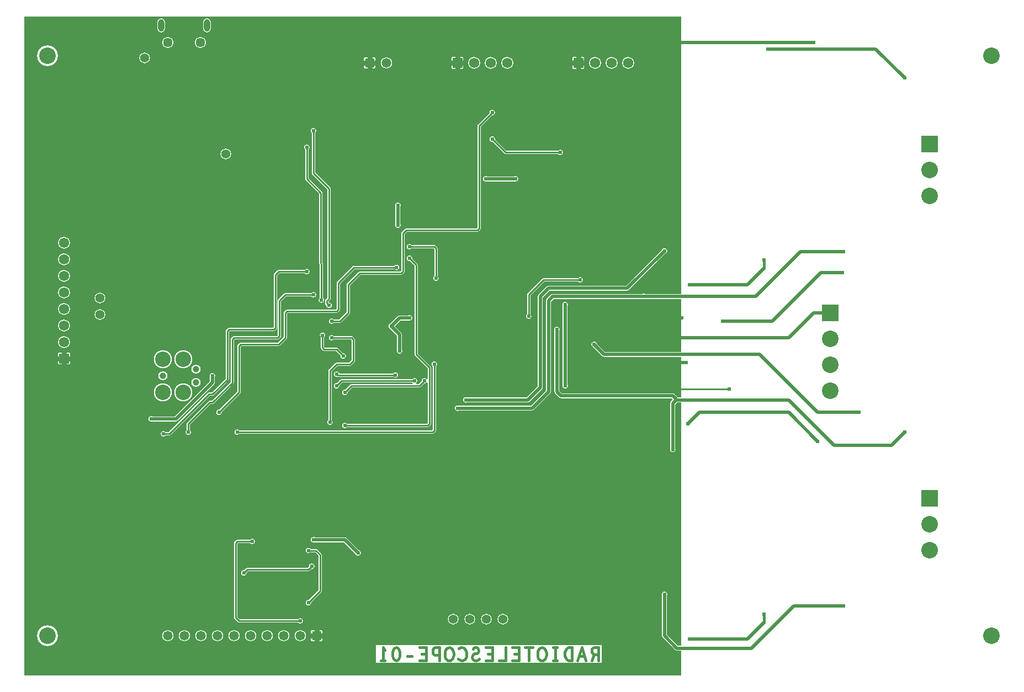
<source format=gbl>
G04 ================== begin FILE IDENTIFICATION RECORD ==================*
G04 Layout Name:  radiotelescope.brd*
G04 Film Name:    BOTTOM*
G04 File Format:  Gerber RS274X*
G04 File Origin:  Cadence Allegro 17.4-S035*
G04 Origin Date:  Tue Feb 21 10:10:28 2023*
G04 *
G04 Layer:  VIA CLASS/BOTTOM*
G04 Layer:  PIN/BOTTOM*
G04 Layer:  ETCH/BOTTOM*
G04 *
G04 Offset:    (0.00 0.00)*
G04 Mirror:    No*
G04 Mode:      Positive*
G04 Rotation:  0*
G04 FullContactRelief:  No*
G04 UndefLineWidth:     0.00*
G04 ================== end FILE IDENTIFICATION RECORD ====================*
%FSLAX35Y35*MOMM*%
%IR0*IPPOS*OFA0.00000B0.00000*MIA0B0*SFA1.00000B1.00000*%
%ADD14C,.6096*%
%ADD12C,1.5748*%
%ADD13C,1.397*%
%ADD15C,1.4732*%
%ADD17C,.991108*%
%ADD11R,1.5748X1.5748*%
%ADD16C,2.3749*%
%ADD20R,1.4732X1.4732*%
%ADD18C,1.450086*%
%ADD10C,2.54*%
%ADD21R,2.54X2.54*%
%ADD19O,.94996X1.89992*%
%ADD22C,.254*%
%ADD23C,.508*%
%ADD24C,.762*%
%ADD25C,.381*%
%ADD31C,1.829816*%
%ADD28C,1.652016*%
%ADD32C,1.704848*%
%ADD30C,1.398524*%
%ADD26C,1.728216*%
%ADD33C,3.201416*%
%ADD29C,2.782316*%
%ADD27O,1.204976X2.154936*%
G75*
%LPD*%
G75*
G36*
G01X2476500Y805231D02*
G03X2456155Y800151I-12J-43234D01*
G01X1079500D01*
G03X1052525Y788975I0J-38142D01*
G01X989025Y725475D01*
G03X977849Y698500I26966J-26975D01*
G01Y-682701D01*
X746201Y-914349D01*
X-360655D01*
G03X-380975Y-909269I-20333J-38154D01*
G01X-381000D01*
G03Y-995731I0J-43231D01*
G01X-380975D01*
G03X-360655Y-990651I-13J43234D01*
G01X762000D01*
G03X788975Y-979475I0J38142D01*
G01X1042975Y-725475D01*
G03X1054151Y-698500I-26966J26975D01*
G01Y682701D01*
X1095299Y723849D01*
X2456155D01*
G03X2476500Y718769I20333J38154D01*
G03X2496845Y723849I12J43234D01*
G01X3048000D01*
Y-88849D01*
X1882699D01*
X1755877Y37948D01*
X1755496Y39091D01*
G03X1714500Y68631I-40996J-13677D01*
G03X1671269Y25400I0J-43231D01*
G03X1700809Y-15596I43217J0D01*
G01X1701952Y-15977D01*
X1839925Y-153975D01*
G03X1866900Y-165151I26975J26966D01*
G01X3048000D01*
Y-787349D01*
X3000299D01*
X2947975Y-735025D01*
G03X2921000Y-723849I-26975J-26966D01*
G01X1222299D01*
X1181151Y-682701D01*
Y233655D01*
G03X1186231Y253975I-38154J20333D01*
G01Y254000D01*
G03X1099769I-43231J0D01*
G01Y253975D01*
G03X1104849Y233655I43234J13D01*
G01Y-698500D01*
G03X1116025Y-725475I38142J0D01*
G01X1179525Y-788975D01*
G03X1206500Y-800151I26975J26966D01*
G01X2905201D01*
X2924226Y-819150D01*
X2894025Y-849325D01*
G03X2882849Y-876300I26966J-26975D01*
G01Y-1567155D01*
G03X2877769Y-1587475I38154J-20333D01*
G01Y-1587500D01*
G03X2964231I43231J0D01*
G01Y-1587475D01*
G03X2959151Y-1567155I-43234J-13D01*
G01Y-892099D01*
X2987599Y-863651D01*
X3048000D01*
Y-4597349D01*
X3000299D01*
X2832151Y-4429201D01*
Y-3830345D01*
G03X2837231Y-3810025I-38154J20333D01*
G01Y-3810000D01*
G03X2750769I-43231J0D01*
G01Y-3810025D01*
G03X2755849Y-3830345I43234J13D01*
G01Y-4445000D01*
G03X2767025Y-4471975I38142J0D01*
G01X2957525Y-4662475D01*
G03X2984500Y-4673651I26975J26966D01*
G01X3048000D01*
Y-5054575D01*
X-7023075D01*
Y5054575D01*
X3048000D01*
Y800151D01*
X2496845D01*
G03X2476500Y805231I-20333J-38154D01*
G37*
%LPC*%
G75*
G36*
G01X-1632001Y-4590999D02*
X1835201D01*
Y-4857801D01*
X-1632001D01*
Y-4590999D01*
G37*
G36*
G01X-2626411Y-4518660D02*
Y-4371340D01*
G02X-2613660Y-4358589I12751J0D01*
G01X-2466340D01*
G02X-2453589Y-4371340I0J-12751D01*
G01Y-4518660D01*
G02X-2466340Y-4531411I-12751J0D01*
G01X-2613660D01*
G02X-2626411Y-4518660I0J12751D01*
G37*
G36*
G01X1381709Y4264660D02*
Y4422140D01*
G02X1394460Y4434891I12751J0D01*
G01X1551940D01*
G02X1564691Y4422140I0J-12751D01*
G01Y4264660D01*
G02X1551940Y4251909I-12751J0D01*
G01X1394460D01*
G02X1381709Y4264660I0J12751D01*
G37*
G36*
G01X-472491D02*
Y4422140D01*
G02X-459740Y4434891I12751J0D01*
G01X-302260D01*
G02X-289509Y4422140I0J-12751D01*
G01Y4264660D01*
G02X-302260Y4251909I-12751J0D01*
G01X-459740D01*
G02X-472491Y4264660I0J12751D01*
G37*
G36*
G01X-1813611Y4269740D02*
Y4417060D01*
G02X-1800860Y4429811I12751J0D01*
G01X-1653540D01*
G02X-1640789Y4417060I0J-12751D01*
G01Y4269740D01*
G02X-1653540Y4256989I-12751J0D01*
G01X-1800860D01*
G02X-1813611Y4269740I0J12751D01*
G37*
G36*
G01X-6504991Y-269240D02*
Y-111760D01*
G02X-6492240Y-99009I12751J0D01*
G01X-6334760D01*
G02X-6322009Y-111760I0J-12751D01*
G01Y-269240D01*
G02X-6334760Y-281991I-12751J0D01*
G01X-6492240D01*
G02X-6504991Y-269240I0J12751D01*
G37*
G36*
G01X-2677541Y-3403549D02*
X-2658974Y-3384982D01*
X-2659202Y-3382594D01*
G02X-2659431Y-3378200I43000J4440D01*
G02X-2616200Y-3421431I43231J0D01*
G02X-2620594Y-3421202I46J43228D01*
G01X-2622982Y-3420974D01*
X-2649017Y-3446983D01*
G02X-2667000Y-3454451I-18006J17974D01*
G01X-3596259D01*
X-3614826Y-3473018D01*
X-3614598Y-3475406D01*
G02X-3614369Y-3479800I-43000J-4440D01*
G02X-3657600Y-3436569I-43231J0D01*
G02X-3653206Y-3436798I-46J-43228D01*
G01X-3650818Y-3437026D01*
X-3624783Y-3411017D01*
G02X-3606800Y-3403549I18006J-17974D01*
G01X-2677541D01*
G37*
G36*
G01X-2563241Y-3162351D02*
X-2632050D01*
G02X-2667000Y-3180131I-34950J25461D01*
G02Y-3093669I0J43231D01*
G02X-2632050Y-3111449I0J-43241D01*
G01X-2552700D01*
G02X-2534717Y-3118917I-23J-25441D01*
G01X-2471217Y-3182417D01*
G02X-2463749Y-3200400I-17974J-18006D01*
G01Y-3759200D01*
G02X-2471217Y-3777183I-25441J23D01*
G01X-2624226Y-3930218D01*
X-2623998Y-3932606D01*
G02X-2623769Y-3937000I-43000J-4440D01*
G02X-2667000Y-3893769I-43231J0D01*
G02X-2662606Y-3893998I-46J-43228D01*
G01X-2660218Y-3894226D01*
X-2514651Y-3748659D01*
Y-3210941D01*
X-2563241Y-3162351D01*
G37*
G36*
G01X-3777183Y-2979217D02*
G02X-3759200Y-2971749I18006J-17974D01*
G01X-3565550D01*
G02X-3530600Y-2953969I34950J-25461D01*
G02Y-3040431I0J-43231D01*
G02X-3565550Y-3022651I0J43241D01*
G01X-3748659D01*
X-3759149Y-3033141D01*
Y-4155059D01*
X-3723259Y-4190949D01*
X-2828950D01*
G02X-2794000Y-4173169I34950J-25461D01*
G02Y-4259631I0J-43231D01*
G02X-2828950Y-4241851I0J43241D01*
G01X-3733800D01*
G02X-3751783Y-4234383I23J25441D01*
G01X-3802583Y-4183583D01*
G02X-3810051Y-4165600I17974J18006D01*
G01Y-3022600D01*
G02X-3802583Y-3004617I25441J-23D01*
G01X-3777183Y-2979217D01*
G37*
G36*
G01X-2123999Y-3009951D02*
X-2570455D01*
G02X-2590800Y-3015031I-20333J38154D01*
G02Y-2928569I0J43231D01*
G02X-2570455Y-2933649I12J-43234D01*
G01X-2108200D01*
G02X-2081225Y-2944825I0J-38142D01*
G01X-1892452Y-3133623D01*
X-1891309Y-3134004D01*
G02X-1861769Y-3175000I-13677J-40996D01*
G02X-1905000Y-3218231I-43231J0D01*
G02X-1945996Y-3188691I0J43217D01*
G01X-1946377Y-3187548D01*
X-2123999Y-3009951D01*
G37*
G36*
G01X-4178351Y-543001D02*
Y-477545D01*
G02X-4183431Y-457200I38154J20333D01*
G02X-4096969I43231J0D01*
G02X-4102049Y-477545I-43234J-12D01*
G01Y-558800D01*
G02X-4113225Y-585775I-38142J0D01*
G01X-4672025Y-1144575D01*
G02X-4699000Y-1155751I-26975J26966D01*
G01X-5059655D01*
G02X-5080000Y-1160831I-20333J38154D01*
G02Y-1074369I0J43231D01*
G02X-5059655Y-1079449I12J-43234D01*
G01X-4714799D01*
X-4178351Y-543001D01*
G37*
G36*
G01X-1368450Y-469951D02*
X-2214855D01*
G02X-2235200Y-475031I-20333J38154D01*
G02Y-388569I0J43231D01*
G02X-2195017Y-415849I0J-43234D01*
G01X-2193747Y-419049D01*
X-1368450D01*
G02X-1333500Y-401269I34950J-25461D01*
G02Y-487731I0J-43231D01*
G02X-1368450Y-469951I0J43241D01*
G37*
G36*
G01X-762051Y-1284859D02*
Y-314350D01*
G02X-779831Y-279400I25461J34950D01*
G02X-693369I43231J0D01*
G02X-711149Y-314350I-43241J0D01*
G01Y-1295400D01*
G02X-718617Y-1313383I-25441J23D01*
G01X-744017Y-1338783D01*
G02X-762000Y-1346251I-18006J17974D01*
G01X-3724250D01*
G02X-3759200Y-1364031I-34950J25461D01*
G02Y-1277569I0J43231D01*
G02X-3724250Y-1295349I0J-43241D01*
G01X-772541D01*
X-762051Y-1284859D01*
G37*
G36*
G01X-2017141Y101549D02*
X-2276450D01*
G02X-2311400Y83769I-34950J25461D01*
G02Y170231I0J43231D01*
G02X-2276450Y152451I0J-43241D01*
G01X-2006600D01*
G02X-1988617Y144983I-23J-25441D01*
G01X-1963217Y119583D01*
G02X-1955749Y101600I-17974J-18006D01*
G01Y-228600D01*
G02X-1963217Y-246583I-25441J23D01*
G01X-2014017Y-297383D01*
G02X-2032000Y-304851I-18006J17974D01*
G01X-2224659D01*
X-2311349Y-391541D01*
Y-1133450D01*
G02X-2293569Y-1168400I-25461J-34950D01*
G02X-2380031I-43231J0D01*
G02X-2362251Y-1133450I43241J0D01*
G01Y-381000D01*
G02X-2354783Y-363017I25441J-23D01*
G01X-2253183Y-261417D01*
G02X-2235200Y-253949I18006J-17974D01*
G01X-2042541D01*
X-2006651Y-218059D01*
Y91059D01*
X-2017141Y101549D01*
G37*
G36*
G01X-2476551Y-25375D02*
Y130150D01*
G02X-2494331Y165100I25461J34950D01*
G02X-2407869I43231J0D01*
G02X-2425649Y130150I-43241J0D01*
G01Y-14834D01*
X-2415159Y-25349D01*
X-2235200D01*
G02X-2217217Y-32817I-23J-25441D01*
G01X-2140382Y-109626D01*
X-2137994Y-109398D01*
G02X-2133600Y-109169I4440J-43000D01*
G02X-2176831Y-152400I0J-43231D01*
G02X-2176602Y-148006I43228J-46D01*
G01X-2176374Y-145618D01*
X-2245741Y-76251D01*
X-2425700D01*
G02X-2443709Y-68783I0J25448D01*
G01X-2469109Y-43358D01*
G02X-2476551Y-25375I18006J17983D01*
G37*
G36*
G01X-1296975Y458775D02*
G02X-1270000Y469951I26975J-26966D01*
G01X-1137945D01*
G02X-1117600Y475031I20333J-38154D01*
G02Y388569I0J-43231D01*
G02X-1137945Y393649I-12J43234D01*
G01X-1254201D01*
X-1343076Y304800D01*
X-1243025Y204775D01*
G02X-1231849Y177800I-26966J-26975D01*
G01Y-55855D01*
G02X-1226769Y-76200I-38154J-20333D01*
G02X-1313231I-43231J0D01*
G02X-1308151Y-55855I43234J12D01*
G01Y162001D01*
X-1409548Y263423D01*
X-1410691Y263804D01*
G02Y345796I13677J40996D01*
G01X-1409548Y346177D01*
X-1296975Y458775D01*
G37*
G36*
G01X1231849Y-589255D02*
Y614655D01*
G02X1226769Y635000I38154J20333D01*
G02X1313231I43231J0D01*
G02X1308151Y614655I-43234J-12D01*
G01Y-589255D01*
G02X1313231Y-609600I-38154J-20333D01*
G02X1226769I-43231J0D01*
G02X1231849Y-589255I43234J12D01*
G37*
G36*
G01X-3040583Y805383D02*
G02X-3022600Y812851I18006J-17974D01*
G01X-2625750D01*
G02X-2590800Y830631I34950J-25461D01*
G02Y744169I0J-43231D01*
G02X-2625750Y761949I0J43241D01*
G01X-3012059D01*
X-3086049Y687959D01*
Y152400D01*
G02X-3093517Y134417I-25441J23D01*
G01X-3118917Y109017D01*
G02X-3136900Y101549I-18006J17974D01*
G01X-3799459D01*
X-3809949Y91059D01*
Y-565175D01*
G02X-3817417Y-583159I-25441J23D01*
G01X-4115841Y-881583D01*
G02X-4133825Y-889051I-18006J17974D01*
G01X-4167759D01*
X-4483049Y-1204341D01*
Y-1285850D01*
G02X-4465269Y-1320800I-25461J-34950D01*
G02X-4551731I-43231J0D01*
G02X-4533951Y-1285850I43241J0D01*
G01Y-1193800D01*
G02X-4526483Y-1175817I25441J-23D01*
G01X-4196283Y-845617D01*
G02X-4178300Y-838149I18006J-17974D01*
G01X-4144366D01*
X-3860851Y-554634D01*
Y101600D01*
G02X-3853383Y119583I25441J-23D01*
G01X-3827983Y144983D01*
G02X-3810000Y152451I18006J-17974D01*
G01X-3147441D01*
X-3136951Y162941D01*
Y698500D01*
G02X-3129483Y716483I25441J-23D01*
G01X-3040583Y805383D01*
G37*
G36*
G01X921817Y1033983D02*
G02X939800Y1041451I18006J-17974D01*
G01X1463650D01*
G02X1498600Y1059231I34950J-25461D01*
G02Y972769I0J-43231D01*
G02X1463650Y990549I0J43241D01*
G01X950341D01*
X736651Y776859D01*
Y492150D01*
G02X754431Y457200I-25461J-34950D01*
G02X667969I-43231J0D01*
G02X685749Y492150I43241J0D01*
G01Y787400D01*
G02X693217Y805383I25441J-23D01*
G01X921817Y1033983D01*
G37*
G36*
G01X-3142183Y1160983D02*
G02X-3124200Y1168451I18006J-17974D01*
G01X-2727350D01*
G02X-2692400Y1186231I34950J-25461D01*
G02Y1099769I0J-43231D01*
G02X-2727350Y1117549I0J43241D01*
G01X-3113659D01*
X-3149549Y1081659D01*
Y279400D01*
G02X-3157017Y261417I-25441J23D01*
G01X-3182417Y236017D01*
G02X-3200400Y228549I-18006J17974D01*
G01X-3875659D01*
X-3886149Y218059D01*
Y-514350D01*
G02X-3893617Y-532333I-25441J23D01*
G01X-4115867Y-754583D01*
G02X-4133850Y-762051I-18006J17974D01*
G01X-4180459D01*
X-4782617Y-1364183D01*
G02X-4800600Y-1371651I-18006J17974D01*
G01X-4854550D01*
G02X-4889500Y-1389431I-34950J25461D01*
G02Y-1302969I0J43231D01*
G02X-4854550Y-1320749I0J-43241D01*
G01X-4811141D01*
X-4208983Y-718617D01*
G02X-4191000Y-711149I18006J-17974D01*
G01X-4144391D01*
X-3937051Y-503809D01*
Y228600D01*
G02X-3929583Y246583I25441J-23D01*
G01X-3904183Y271983D01*
G02X-3886200Y279451I18006J-17974D01*
G01X-3210941D01*
X-3200451Y289941D01*
Y1092200D01*
G02X-3192983Y1110183I25441J-23D01*
G01X-3142183Y1160983D01*
G37*
G36*
G01X-1986483Y1224483D02*
G02X-1968500Y1231951I18006J-17974D01*
G01X-1350670D01*
G02X-1315720Y1249731I34950J-25461D01*
G02Y1163269I0J-43231D01*
G02X-1350670Y1181049I0J43241D01*
G01X-1957959D01*
X-2184349Y954659D01*
Y558800D01*
G02X-2191817Y540817I-25441J23D01*
G01X-2217217Y515417D01*
G02X-2235200Y507949I-18006J17974D01*
G01X-2986659D01*
X-2997149Y497459D01*
Y127000D01*
G02X-3004617Y109017I-25441J23D01*
G01X-3106217Y7417D01*
G02X-3124200Y-51I-18006J17974D01*
G01X-3697859D01*
X-3708349Y-10541D01*
Y-711200D01*
G02X-3715817Y-729183I-25441J23D01*
G01X-3995826Y-1009218D01*
X-3995598Y-1011606D01*
G02X-3995369Y-1016000I-43000J-4440D01*
G02X-4038600Y-972769I-43231J0D01*
G02X-4034206Y-972998I-46J-43228D01*
G01X-4031818Y-973226D01*
X-3759251Y-700659D01*
Y0D01*
G02X-3751783Y17983I25441J-23D01*
G01X-3726383Y43383D01*
G02X-3708400Y50851I18006J-17974D01*
G01X-3134741D01*
X-3048051Y137541D01*
Y508000D01*
G02X-3040583Y525983I25441J-23D01*
G01X-3015183Y551383D01*
G02X-2997200Y558851I18006J-17974D01*
G01X-2245741D01*
X-2235251Y569341D01*
Y965200D01*
G02X-2227783Y983183I25441J-23D01*
G01X-1986483Y1224483D01*
G37*
G36*
G01X1016000Y927151D02*
X2206701D01*
X2752623Y1473048D01*
X2753004Y1474191D01*
G02X2794000Y1503731I40996J-13677D01*
G02X2837231Y1460500I0J-43231D01*
G02X2807691Y1419504I-43217J0D01*
G01X2806548Y1419123D01*
X2249475Y862025D01*
G02X2222500Y850849I-26975J26966D01*
G01X1031799D01*
X927151Y746201D01*
Y-635000D01*
G02X915975Y-661975I-38142J0D01*
G01X725475Y-852475D01*
G02X698500Y-863651I-26975J26966D01*
G01X-233655D01*
G02X-254000Y-868731I-20333J38154D01*
G02Y-782269I0J43231D01*
G02X-233655Y-787349I12J-43234D01*
G01X682701D01*
X850849Y-619201D01*
Y762000D01*
G02X862025Y788975I38142J0D01*
G01X989025Y915975D01*
G02X1016000Y927151I26975J-26966D01*
G37*
G36*
G01X-747141Y1498549D02*
X-1082650D01*
G02X-1117600Y1480769I-34950J25461D01*
G02Y1567231I0J43231D01*
G02X-1082650Y1549451I0J-43241D01*
G01X-736600D01*
G02X-718617Y1541983I-23J-25441D01*
G01X-693217Y1516583D01*
G02X-685749Y1498600I-17974J-18006D01*
G01Y1076350D01*
G02X-667969Y1041400I-25461J-34950D01*
G02X-754431I-43231J0D01*
G02X-736651Y1076350I43241J0D01*
G01Y1488059D01*
X-747141Y1498549D01*
G37*
G36*
G01X-1333551Y1874545D02*
Y2138655D01*
G02X-1338631Y2159000I38154J20333D01*
G02X-1252169I43231J0D01*
G02X-1257249Y2138655I-43234J-12D01*
G01Y1874545D01*
G02X-1252169Y1854200I-38154J-20333D01*
G02X-1338631I-43231J0D01*
G02X-1333551Y1874545I43234J12D01*
G37*
G36*
G01X71145Y2527249D02*
G02X50800Y2522169I-20333J38154D01*
G02Y2608631I0J43231D01*
G02X71145Y2603551I12J-43234D01*
G01X487655D01*
G02X508000Y2608631I20333J-38154D01*
G02Y2522169I0J-43231D01*
G02X487655Y2527249I-12J43234D01*
G01X71145D01*
G37*
G36*
G01X-2717851Y2565400D02*
Y3013050D01*
G02X-2735631Y3048000I25461J34950D01*
G02X-2649169I43231J0D01*
G02X-2666949Y3013050I-43241J0D01*
G01Y2575941D01*
X-2458517Y2367483D01*
G02X-2451049Y2349500I-17974J-18006D01*
G01Y1280541D01*
G02X-2443429Y1262380I-17832J-18161D01*
G01Y741070D01*
G02X-2425649Y706120I-25461J-34950D01*
G02X-2512111I-43231J0D01*
G02X-2494331Y741070I43241J0D01*
G01Y1251839D01*
G02X-2501951Y1270000I17832J18161D01*
G01Y2338959D01*
X-2710383Y2547417D01*
G02X-2717851Y2565400I17974J18006D01*
G37*
G36*
G01X337617Y2953817D02*
X159182Y3132226D01*
X156794Y3131998D01*
G02X152400Y3131769I-4440J43000D01*
G02X195631Y3175000I0J43231D01*
G02X195402Y3170606I-43228J46D01*
G01X195174Y3168218D01*
X366141Y2997251D01*
X1158850D01*
G02X1193800Y3015031I34950J-25461D01*
G02Y2928569I0J-43231D01*
G02X1158850Y2946349I0J43241D01*
G01X355600D01*
G02X337617Y2953817I23J25441D01*
G37*
G36*
G01X-2616251Y2654300D02*
Y3267050D01*
G02X-2634031Y3302000I25461J34950D01*
G02X-2547569I43231J0D01*
G02X-2565349Y3267050I-43241J0D01*
G01Y2664841D01*
X-2331517Y2430983D01*
G02X-2324049Y2413000I-17974J-18006D01*
G01Y730580D01*
G02X-2331517Y712597I-25441J23D01*
G01X-2363572Y680517D01*
Y674903D01*
X-2356282Y667614D01*
X-2353894Y667842D01*
G02X-2349500Y668071I4440J-43000D01*
G02X-2392731Y624840I0J-43231D01*
G02X-2392502Y629234I43228J-46D01*
G01X-2392274Y631622D01*
X-2407006Y646379D01*
G02X-2414473Y664362I17974J18006D01*
G01Y691058D01*
G02X-2407006Y709041I25441J-23D01*
G01X-2374951Y741121D01*
Y2402459D01*
X-2608783Y2636317D01*
G02X-2616251Y2654300I17974J18006D01*
G37*
G36*
G01X-68783Y3396183D02*
X109626Y3574618D01*
X109398Y3577006D01*
G02X109169Y3581400I43000J4440D01*
G02X152400Y3538169I43231J0D01*
G02X148006Y3538398I46J43228D01*
G01X145618Y3538626D01*
X-25349Y3367659D01*
Y1803400D01*
G02X-32817Y1785417I-25441J23D01*
G01X-58217Y1760017D01*
G02X-76200Y1752549I-18006J17974D01*
G01X-1157859D01*
X-1193749Y1716659D01*
Y1143000D01*
G02X-1201217Y1125017I-25441J23D01*
G01X-1226617Y1099617D01*
G02X-1244600Y1092149I-18006J17974D01*
G01X-1869059D01*
X-2031949Y929259D01*
Y508000D01*
G02X-2039417Y490017I-25441J23D01*
G01X-2166417Y363017D01*
G02X-2184400Y355549I-18006J17974D01*
G01X-2276450D01*
G02X-2311400Y337769I-34950J25461D01*
G02Y424231I0J43231D01*
G02X-2276450Y406451I0J-43241D01*
G01X-2194941D01*
X-2082851Y518541D01*
Y939800D01*
G02X-2075383Y957783I25441J-23D01*
G01X-1897583Y1135583D01*
G02X-1879600Y1143051I18006J-17974D01*
G01X-1255141D01*
X-1244651Y1153541D01*
Y1727200D01*
G02X-1237183Y1745183I25441J-23D01*
G01X-1186383Y1795983D01*
G02X-1168400Y1803451I18006J-17974D01*
G01X-86741D01*
X-76251Y1813941D01*
Y3378200D01*
G02X-68783Y3396183I25441J-23D01*
G37*
G36*
G01X-1110818Y1303426D02*
X-1113206Y1303198D01*
G02X-1117600Y1302969I-4440J43000D01*
G02X-1074369Y1346200I0J43231D01*
G02X-1074598Y1341806I-43228J46D01*
G01X-1074826Y1339418D01*
X-998017Y1262583D01*
G02X-990549Y1244600I-17974J-18006D01*
G01Y-116459D01*
X-794817Y-312217D01*
G02X-787349Y-330200I-17974J-18006D01*
G01Y-1193800D01*
G02X-794817Y-1211783I-25441J23D01*
G01X-820217Y-1237183D01*
G02X-838200Y-1244651I-18006J17974D01*
G01X-2073250D01*
G02X-2108200Y-1262431I-34950J25461D01*
G02Y-1175969I0J43231D01*
G02X-2073250Y-1193749I0J-43241D01*
G01X-848741D01*
X-838251Y-1183259D01*
Y-568071D01*
G03X-856132Y-561467I-10158J5D01*
G02X-889000Y-576631I-32868J28038D01*
G02X-893394Y-576402I46J43228D01*
G01X-895782Y-576174D01*
X-947217Y-627583D01*
G02X-965200Y-635051I-18006J17974D01*
G01X-1996059D01*
X-2065426Y-704418D01*
X-2065198Y-706806D01*
G02X-2064969Y-711200I-43000J-4440D01*
G02X-2108200Y-667969I-43231J0D01*
G02X-2103806Y-668198I-46J-43228D01*
G01X-2101418Y-668426D01*
X-2024583Y-591617D01*
G02X-2006600Y-584149I18006J-17974D01*
G01X-1076071D01*
G03X-1069467Y-566268I5J10158D01*
G02X-1076350Y-558851I28025J32912D01*
G01X-2148459D01*
X-2192426Y-602818D01*
X-2192198Y-605206D01*
G02X-2191969Y-609600I-43000J-4440D01*
G02X-2235200Y-566369I-43231J0D01*
G02X-2230806Y-566598I-46J-43228D01*
G01X-2228418Y-566826D01*
X-2176983Y-515417D01*
G02X-2159000Y-507949I18006J-17974D01*
G01X-1076350D01*
G02X-1041400Y-490169I34950J-25461D01*
G02X-998169Y-533400I0J-43231D01*
G02X-1013333Y-566268I-43202J0D01*
G03X-1006729Y-584149I6599J-7723D01*
G01X-975741D01*
X-931774Y-540182D01*
X-932002Y-537794D01*
G02X-932231Y-533400I43000J4440D01*
G02X-889000Y-490169I43231J0D01*
G02X-856132Y-505333I0J-43202D01*
G03X-838251Y-498729I7723J6599D01*
G01Y-340741D01*
X-1033983Y-144983D01*
G02X-1041451Y-127000I17974J18006D01*
G01Y1234059D01*
X-1110818Y1303426D01*
G37*
G54D31*
X-6413500Y63500D03*
Y317500D03*
Y571500D03*
Y825500D03*
Y1079500D03*
Y1333500D03*
Y1587500D03*
X-127000Y4343400D03*
X127000D03*
X381000D03*
X1727200D03*
X1981200D03*
X2235200D03*
G54D28*
X-444500Y-4191000D03*
X-190500D03*
X63500D03*
X317500D03*
X-5867400Y482600D03*
Y736600D03*
X-3937000Y2946400D03*
X-5181600Y4419600D03*
G54D32*
X-4822012Y4654499D03*
X-4321988D03*
G54D30*
X-4902200Y-457200D03*
X-4394200Y-558800D03*
Y-355600D03*
G54D26*
X-2794000Y-4445000D03*
X-3048000D03*
X-3302000D03*
X-3556000D03*
X-3810000D03*
X-4064000D03*
X-4318000D03*
X-4572000D03*
X-4826000D03*
X-1473200Y4343400D03*
G54D33*
X-6667500Y4457700D03*
Y-4445000D03*
G54D29*
X-4902200Y-711200D03*
X-4584700D03*
X-4902200Y-203200D03*
X-4584700D03*
G54D27*
X-4221988Y4924501D03*
X-4922012D03*
%LPD*%
G75*
G54D10*
X-6667500Y-4445000D03*
Y4457700D03*
X5334000Y-680720D03*
Y-284480D03*
Y111760D03*
X6858000Y-3129280D03*
Y-2733040D03*
Y2306320D03*
Y2702560D03*
X7810500Y-4445000D03*
Y4457700D03*
G54D20*
X-2540000Y-4445000D03*
X-1727200Y4343400D03*
G54D11*
X-6413500Y-190500D03*
X-381000Y4343400D03*
X1473200D03*
G54D21*
X5334000Y508000D03*
X6858000Y-2336800D03*
Y3098800D03*
G54D12*
X-6413500Y63500D03*
Y317500D03*
Y571500D03*
Y825500D03*
Y1079500D03*
Y1333500D03*
Y1587500D03*
X-127000Y4343400D03*
X127000D03*
X381000D03*
X1727200D03*
X1981200D03*
X2235200D03*
G54D22*
G01X-4889500Y-1346200D02*
X-4800600D01*
X-4191000Y-736600D01*
X-4133850D01*
X-3911600Y-514350D01*
Y228600D01*
X-3886200Y254000D01*
X-3200400D01*
X-3175000Y279400D01*
Y1092200D01*
X-3124200Y1143000D01*
X-2692400D01*
G01X-4508500Y-1320800D02*
Y-1193800D01*
X-4178300Y-863600D01*
X-4133825D01*
X-3835400Y-565175D01*
Y101600D01*
X-3810000Y127000D01*
X-3136900D01*
X-3111500Y152400D01*
Y698500D01*
X-3022600Y787400D01*
X-2590800D01*
G01X-4038600Y-1016000D02*
X-3733800Y-711200D01*
Y0D01*
X-3708400Y25400D01*
X-3124200D01*
X-3022600Y127000D01*
Y508000D01*
X-2997200Y533400D01*
X-2235200D01*
X-2209800Y558800D01*
Y965200D01*
X-1968500Y1206500D01*
X-1315720D01*
G01X-3530600Y-2997200D02*
X-3759200D01*
X-3784600Y-3022600D01*
Y-4165600D01*
X-3733800Y-4216400D01*
X-2794000D01*
G01X-3657600Y-3479800D02*
X-3606800Y-3429000D01*
X-2667000D01*
X-2616200Y-3378200D01*
G01X-3759200Y-1320800D02*
X-762000D01*
X-736600Y-1295400D01*
Y-279400D01*
G01X-2667000Y-3136900D02*
X-2552700D01*
X-2489200Y-3200400D01*
Y-3759200D01*
X-2667000Y-3937000D01*
G01X-2692400Y3048000D02*
Y2565400D01*
X-2476500Y2349500D01*
Y1270000D01*
X-2468880Y1262380D01*
Y706120D01*
G01X-2590800Y3302000D02*
Y2654300D01*
X-2349500Y2413000D01*
Y730580D01*
X-2389022Y691058D01*
Y664362D01*
X-2349500Y624840D01*
G01X-2336800Y-1168400D02*
Y-381000D01*
X-2235200Y-279400D01*
X-2032000D01*
X-1981200Y-228600D01*
Y101600D01*
X-2006600Y127000D01*
X-2311400D01*
G01X-2451100Y165100D02*
Y-25375D01*
X-2425700Y-50800D01*
X-2235200D01*
X-2133600Y-152400D01*
G01X152400Y3581400D02*
X-50800Y3378200D01*
Y1803400D01*
X-76200Y1778000D01*
X-1168400D01*
X-1219200Y1727200D01*
Y1143000D01*
X-1244600Y1117600D01*
X-1879600D01*
X-2057400Y939800D01*
Y508000D01*
X-2184400Y381000D01*
X-2311400D01*
G01X-1117600Y1346200D02*
X-1016000Y1244600D01*
Y-127000D01*
X-812800Y-330200D01*
Y-1193800D01*
X-838200Y-1219200D01*
X-2108200D01*
G01Y-711200D02*
X-2006600Y-609600D01*
X-965200D01*
X-889000Y-533400D01*
G01X-1041400D02*
X-2159000D01*
X-2235200Y-609600D01*
G01Y-431800D02*
X-2222500Y-444500D01*
X-1333500D01*
G01X-1117600Y1524000D02*
X-736600D01*
X-711200Y1498600D01*
Y1041400D01*
G01X1193800Y2971800D02*
X355600D01*
X152400Y3175000D01*
G01X1498600Y1016000D02*
X939800D01*
X711200Y787400D01*
Y457200D01*
G01X3784600Y-660400D02*
X2971800D01*
G54D13*
X-5867400Y482600D03*
Y736600D03*
X-5181600Y4419600D03*
X-3937000Y2946400D03*
X-444500Y-4191000D03*
X-190500D03*
X63500D03*
X317500D03*
G54D23*
G01X-5080000Y-1117600D02*
X-4699000D01*
X-4140200Y-558800D01*
Y-457200D01*
G01X-4700092Y4037508D02*
Y3582492D01*
G01X-2590800Y-2971800D02*
X-2108200D01*
X-1905000Y-3175000D01*
G01X-1270000Y-76200D02*
Y177800D01*
X-1397000Y304800D01*
G01X-1117600Y431800D02*
X-1270000D01*
X-1397000Y304800D01*
G01X-1117600Y660400D02*
X-1219200D01*
X-1397000Y838200D01*
G01X-1295400Y1854200D02*
Y2159000D01*
G01X-381000Y-952500D02*
X762000D01*
X1016000Y-698500D01*
Y698500D01*
X1079500Y762000D01*
X2476500D01*
G01X2794000Y1460500D02*
X2222500Y889000D01*
X1016000D01*
X889000Y762000D01*
Y-635000D01*
X698500Y-825500D01*
X-254000D01*
G01X50800Y2565400D02*
X508000D01*
G01X1143000Y254000D02*
Y-698500D01*
X1206500Y-762000D01*
X2921000D01*
X2971800Y-812800D01*
Y-825500D01*
G01X1270000Y-609600D02*
Y635000D01*
G01X1714500Y25400D02*
X1866900Y-127000D01*
X4254500D01*
X5143500Y-1016000D01*
X5778500D01*
G01X3683000Y127000D02*
X1905000D01*
G01X2476500Y762000D02*
X4191000D01*
X4876800Y1447800D01*
X5537200D01*
G01X2794000Y-3810000D02*
Y-4445000D01*
X2984500Y-4635500D01*
X4127500D01*
X4775200Y-3987800D01*
X5537200D01*
G01X2921000Y-1587500D02*
Y-876300D01*
X2971800Y-825500D01*
G01D02*
X4699000D01*
X5397500Y-1524000D01*
X6273800D01*
X6477000Y-1320800D01*
G01X3124200Y-254000D02*
X2844800D01*
G01X3060700Y431800D02*
X2946400D01*
G01X2844800Y4648200D02*
X2857500Y4660900D01*
G01D02*
X5080000D01*
G01X4318000Y-4241800D02*
X4064000Y-4495800D01*
X3175000D01*
G01X3149600Y-1193800D02*
X3327400Y-1016000D01*
X4699000D01*
X5143500Y-1460500D01*
G01X4318000Y1193800D02*
X4064000Y939800D01*
X3175000D01*
G01X3683000Y127000D02*
X4699000D01*
X5080000Y508000D01*
X5334000D01*
G01X3683000Y381000D02*
X4445000D01*
X5194300Y1130300D01*
X5524500D01*
G01X6477000Y4114800D02*
X6032500Y4559300D01*
X4381500D01*
G54D14*
X-5765800Y3429000D03*
Y3657600D03*
X-5740400Y3911600D03*
X-5245100Y-4076700D03*
X-5080000Y-1117600D03*
X-4889500Y-1346200D03*
X-4800600Y3124200D03*
X-4902200Y4521200D03*
X-4508500Y-1320800D03*
X-4749800Y-25400D03*
X-4700092Y3582492D03*
Y4037508D03*
X-4140200Y-457200D03*
X-4361688Y3777488D03*
X-4038600Y-1016000D03*
X-4064000Y2082800D03*
X-3505200Y-3759200D03*
X-3657600Y-3479800D03*
X-3530600Y-2997200D03*
X-3759200Y-1320800D03*
X-3406140Y4747260D03*
X-2933700Y-2781300D03*
X-2870200Y152400D03*
X-3098800Y3556000D03*
X-3124200Y4064000D03*
X-2794000Y-4216400D03*
X-2667000Y-3937000D03*
X-2616200Y-3378200D03*
X-2590800Y-2971800D03*
X-2667000Y-3136900D03*
X-2781300Y-571500D03*
X-2590800Y787400D03*
X-2692400Y1143000D03*
Y3048000D03*
X-2590800Y3302000D03*
X-2336800Y-1168400D03*
X-2451100Y165100D03*
X-2311400Y127000D03*
Y381000D03*
X-2468880Y706120D03*
X-2349500Y624840D03*
X-2108200Y-1219200D03*
Y-711200D03*
X-2235200Y-609600D03*
Y-431800D03*
X-2133600Y-152400D03*
X-2006600Y1854200D03*
Y1574800D03*
X-1905000Y-3175000D03*
X-1889760Y2682240D03*
Y2971800D03*
Y3235960D03*
Y3515360D03*
X-1524000Y-1016000D03*
X-1333500Y-444500D03*
X-1478280Y-101600D03*
X-1397000Y304800D03*
Y838200D03*
X-1315720Y1206500D03*
X-1397000Y1346200D03*
X-1295400Y1854200D03*
Y2159000D03*
X-1041400Y-533400D03*
X-1270000Y-76200D03*
X-1117600Y431800D03*
Y660400D03*
Y1524000D03*
Y1346200D03*
X-889000Y-533400D03*
X-736600Y-279400D03*
X-919480Y462280D03*
X-711200Y1041400D03*
X-381000Y-952500D03*
X-254000Y-825500D03*
X-190500Y-546100D03*
X48260Y276860D03*
X228600Y812800D03*
X50800Y2565400D03*
X152400Y3175000D03*
Y3581400D03*
X508000Y2565400D03*
X304800Y2870200D03*
X711200Y457200D03*
X736600Y3352800D03*
X1143000Y254000D03*
X1193800Y2971800D03*
X1270000Y-609600D03*
Y635000D03*
X1498600Y1016000D03*
X1714500Y25400D03*
X1600200Y3581400D03*
Y3835400D03*
X1905000Y127000D03*
X2463800Y-4864100D03*
X2197100Y-1079500D03*
X2476500Y762000D03*
X2794000Y-3810000D03*
X2514600Y622300D03*
X2794000Y1460500D03*
X2540000Y3987800D03*
X2921000Y-1587500D03*
X3124200Y-254000D03*
X3060700Y431800D03*
X3175000Y-4495800D03*
X3149600Y-1193800D03*
X3175000Y939800D03*
X3683000Y127000D03*
Y381000D03*
X3784600Y-660400D03*
X4318000Y-4114800D03*
Y1320800D03*
X4381500Y4559300D03*
X5143500Y-1460500D03*
X5080000Y4660900D03*
X5537200Y-3987800D03*
X5524500Y1130300D03*
X5537200Y1447800D03*
X5778500Y-1016000D03*
X6477000Y-1320800D03*
Y4114800D03*
G54D24*
G01X-6413500Y-287071D02*
Y-190500D01*
G01D02*
Y-93929D01*
G01X-6510071Y-190500D02*
X-6413500D01*
G01D02*
X-6316929D01*
G01X-2631491Y-4445000D02*
X-2540000D01*
G01Y-4536491D02*
Y-4445000D01*
G01D02*
Y-4353509D01*
G01Y-4445000D02*
X-2448509D01*
G01X-1727200Y4251909D02*
Y4343400D01*
G01D02*
Y4434891D01*
G01X-1818691Y4343400D02*
X-1727200D01*
G01D02*
X-1635709D01*
G01X-381000Y4246829D02*
Y4343400D01*
G01D02*
Y4439971D01*
G01X-477571Y4343400D02*
X-381000D01*
G01D02*
X-284429D01*
G01X1473200Y4246829D02*
Y4343400D01*
G01D02*
Y4439971D01*
G01X1376629Y4343400D02*
X1473200D01*
G01D02*
X1569771D01*
G54D15*
X-4826000Y-4445000D03*
X-4572000D03*
X-4318000D03*
X-3810000D03*
X-4064000D03*
X-3556000D03*
X-3302000D03*
X-3048000D03*
X-2794000D03*
X-1473200Y4343400D03*
G54D25*
G01X1778000Y-4826000D02*
Y-4622800D01*
X1714500D01*
X1694180Y-4632960D01*
X1681480Y-4646498D01*
X1676400Y-4673600D01*
X1681480Y-4700702D01*
X1696720Y-4717618D01*
X1714500Y-4727778D01*
X1778000D01*
G01X1714500D02*
X1676400Y-4826000D01*
G01X1587500D02*
X1524000Y-4622800D01*
X1460500Y-4826000D01*
G01X1483360Y-4754880D02*
X1564640D01*
G01X1376680Y-4826000D02*
Y-4622800D01*
X1325880D01*
X1305560Y-4632960D01*
X1290320Y-4646498D01*
X1277620Y-4666818D01*
X1267460Y-4690542D01*
X1264920Y-4724400D01*
X1267460Y-4758258D01*
X1277620Y-4781982D01*
X1290320Y-4802302D01*
X1305560Y-4815840D01*
X1325880Y-4826000D01*
X1376680D01*
G01X1148080Y-4622800D02*
X1087120D01*
G01X1117600D02*
Y-4826000D01*
G01X1148080D02*
X1087120D01*
G01X914400D02*
X934720Y-4822622D01*
X952500Y-4809058D01*
X967740Y-4788738D01*
X977900Y-4765040D01*
X982980Y-4737938D01*
Y-4710862D01*
X977900Y-4683760D01*
X967740Y-4660062D01*
X952500Y-4639742D01*
X934720Y-4626178D01*
X914400Y-4622800D01*
X894080Y-4626178D01*
X876300Y-4639742D01*
X861060Y-4660062D01*
X850900Y-4683760D01*
X845820Y-4710862D01*
Y-4737938D01*
X850900Y-4765040D01*
X861060Y-4788738D01*
X876300Y-4809058D01*
X894080Y-4822622D01*
X914400Y-4826000D01*
G01X711200Y-4622800D02*
Y-4826000D01*
G01X769620Y-4622800D02*
X652780D01*
G01X457200Y-4826000D02*
X558800D01*
Y-4622800D01*
X457200D01*
G01X497840Y-4721022D02*
X558800D01*
G01X355600Y-4622800D02*
Y-4826000D01*
X254000D01*
G01X50800D02*
X152400D01*
Y-4622800D01*
X50800D01*
G01X91440Y-4721022D02*
X152400D01*
G01X-48260Y-4798924D02*
X-68580Y-4815840D01*
X-91440Y-4826000D01*
X-111760D01*
X-132080Y-4815840D01*
X-147320Y-4798924D01*
X-154940Y-4775200D01*
X-149860Y-4751502D01*
X-137160Y-4731182D01*
X-114300Y-4717618D01*
X-83820Y-4710862D01*
X-66040Y-4697298D01*
X-58420Y-4673600D01*
X-63500Y-4649902D01*
X-76200Y-4632960D01*
X-93980Y-4622800D01*
X-111760D01*
X-129540Y-4629582D01*
X-144780Y-4646498D01*
G01X-360680Y-4639742D02*
X-345440Y-4629582D01*
X-327660Y-4622800D01*
X-307340D01*
X-284480Y-4632960D01*
X-266700Y-4649902D01*
X-254000Y-4670222D01*
X-243840Y-4704080D01*
X-241300Y-4734560D01*
X-246380Y-4765040D01*
X-254000Y-4785360D01*
X-269240Y-4805680D01*
X-287020Y-4819218D01*
X-304800Y-4826000D01*
X-322580D01*
X-340360Y-4819218D01*
X-355600Y-4809058D01*
X-368300Y-4795520D01*
G01X-508000Y-4826000D02*
X-487680Y-4822622D01*
X-469900Y-4809058D01*
X-454660Y-4788738D01*
X-444500Y-4765040D01*
X-439420Y-4737938D01*
Y-4710862D01*
X-444500Y-4683760D01*
X-454660Y-4660062D01*
X-469900Y-4639742D01*
X-487680Y-4626178D01*
X-508000Y-4622800D01*
X-528320Y-4626178D01*
X-546100Y-4639742D01*
X-561340Y-4660062D01*
X-571500Y-4683760D01*
X-576580Y-4710862D01*
Y-4737938D01*
X-571500Y-4765040D01*
X-561340Y-4788738D01*
X-546100Y-4809058D01*
X-528320Y-4822622D01*
X-508000Y-4826000D01*
G01X-660400D02*
Y-4622800D01*
X-721360D01*
X-741680Y-4632960D01*
X-756920Y-4656658D01*
X-762000Y-4683760D01*
X-756920Y-4710862D01*
X-744220Y-4731182D01*
X-721360Y-4741342D01*
X-660400D01*
G01X-965200Y-4826000D02*
X-863600D01*
Y-4622800D01*
X-965200D01*
G01X-924560Y-4721022D02*
X-863600D01*
G01X-1084580Y-4758258D02*
X-1150620D01*
G01X-1320800Y-4622800D02*
X-1300480Y-4629582D01*
X-1285240Y-4646498D01*
X-1275080Y-4666818D01*
X-1267460Y-4693920D01*
X-1264920Y-4724400D01*
X-1267460Y-4754880D01*
X-1275080Y-4781982D01*
X-1285240Y-4802302D01*
X-1300480Y-4819218D01*
X-1320800Y-4826000D01*
X-1341120Y-4819218D01*
X-1356360Y-4802302D01*
X-1366520Y-4781982D01*
X-1374140Y-4754880D01*
X-1376680Y-4724400D01*
X-1374140Y-4693920D01*
X-1366520Y-4666818D01*
X-1356360Y-4646498D01*
X-1341120Y-4629582D01*
X-1320800Y-4622800D01*
G01X-1524000Y-4826000D02*
Y-4622800D01*
X-1493520Y-4663440D01*
G01Y-4826000D02*
X-1554480D01*
G01X4318000Y-4114800D02*
Y-4241800D01*
G01Y1320800D02*
Y1193800D01*
G54D16*
X-4902200Y-711200D03*
Y-203200D03*
X-4584700Y-711200D03*
Y-203200D03*
G54D17*
X-4902200Y-457200D03*
X-4394200Y-558800D03*
Y-355600D03*
G54D18*
X-4822012Y4654499D03*
X-4321988D03*
G54D19*
X-4922012Y4924501D03*
X-4221988D03*
M02*

</source>
